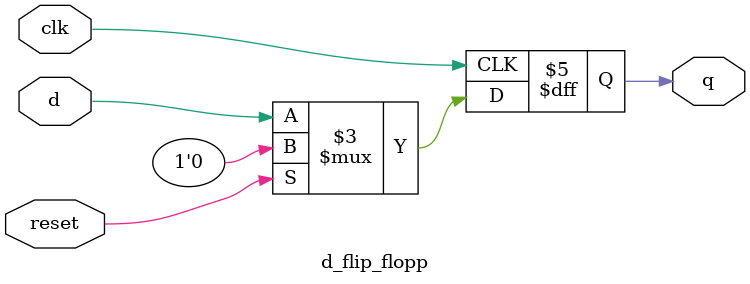
<source format=v>
`timescale 1ns / 1ps


module d_flip_flopp(
input d,clk,reset,
output reg q
    );
always @(posedge clk)
begin
    if(reset)
        q <= 0; 
    else 
        q <= d;
end    
endmodule

</source>
